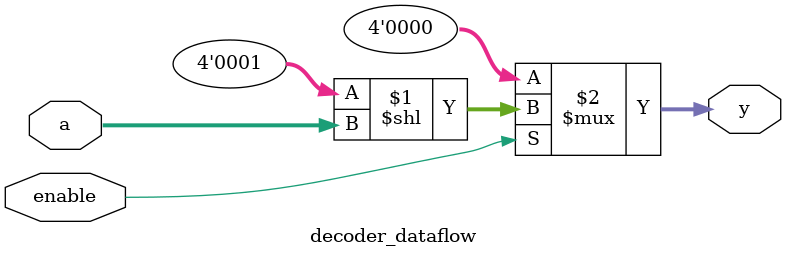
<source format=v>
module decoder_dataflow (
    output [3:0]y,
  input [1:0]a,
  input enable
);
  
  assign y = enable ? (4'b0001 << a) : 4'b0000;
    
endmodule
</source>
